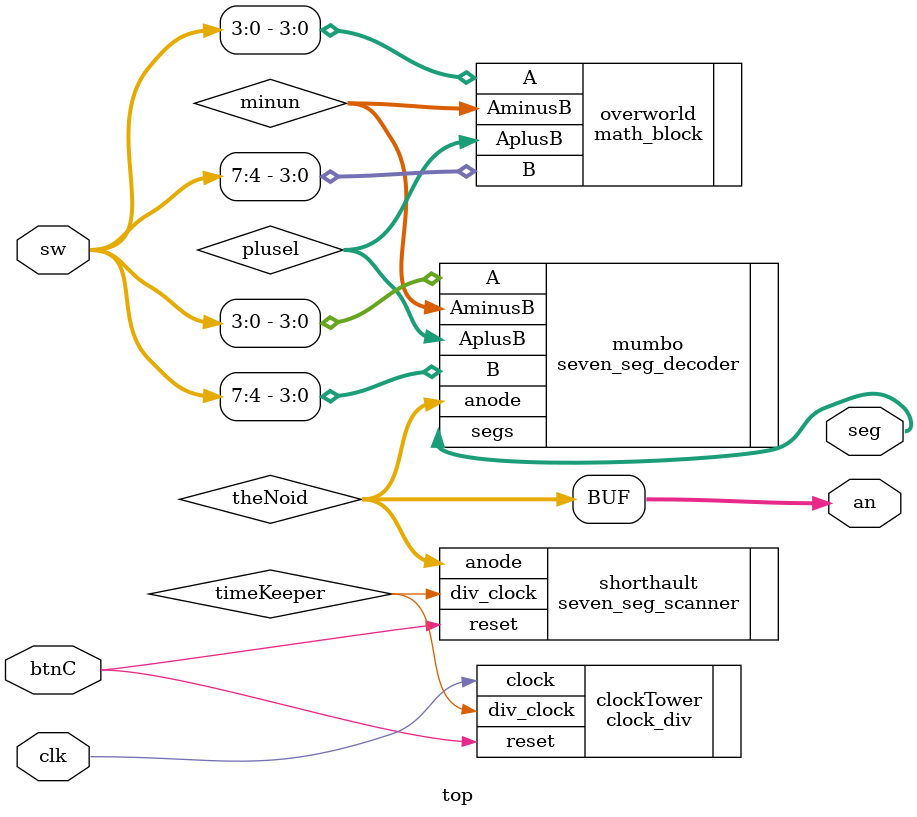
<source format=v>
module top
#(
    parameter DIVIDE_BY = 17 // Use this when passing in to your clock div!
    // The test bench will set it appropriately for testing
)
(
    input [7:0] sw, // A and B
    input clk, // 100 MHz board clock
    input btnC, // Reset
    output [3:0] an, // 7seg anodes
    output [6:0] seg // 7seg segments
);
    
    // Ah yes... the wires.
    wire timeKeeper;
    wire [3:0] theNoid;
    wire [3:0] plusel;
    wire [3:0] minun;
    
    // Instantiate the clock divider...
    clock_div #(.DIVIDE_BY(DIVIDE_BY)) clockTower (
        .clock(clk),
        .reset(btnC),
        .div_clock(timeKeeper)
    ); 
    
    // ... wire it up to the scanner...
    seven_seg_scanner shorthault (
        .div_clock(timeKeeper),
        .reset(btnC),
        .anode(theNoid)
    );

    // Instantiate the math block...
    math_block overworld (
        .A(sw[3:0]),
        .B(sw[7:4]),
        .AplusB(plusel),
        .AminusB(minun)
    );
    
    // ... and wire both the scanner and math block to the decoder
    seven_seg_decoder mumbo (
        .A(sw[3:0]),
        .B(sw[7:4]),
        .AplusB(plusel),
        .AminusB(minun),
        .anode(theNoid),
        .segs(seg)
    );
    
    // Anode
    assign an = theNoid;

    // Do not forget to wire up resets!!

endmodule
</source>
